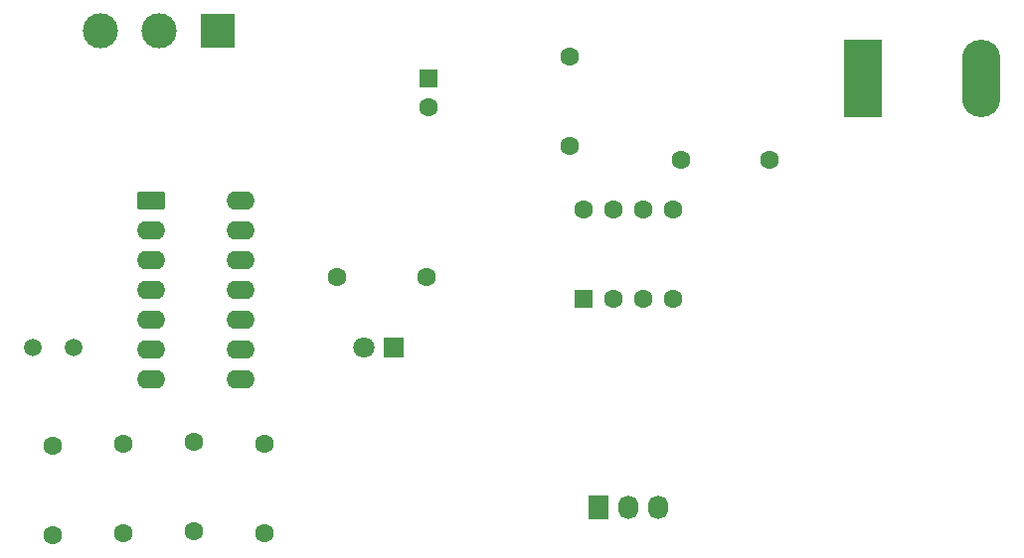
<source format=gbr>
%TF.GenerationSoftware,KiCad,Pcbnew,9.0.2*%
%TF.CreationDate,2025-06-20T12:04:21-04:00*%
%TF.ProjectId,Block,426c6f63-6b2e-46b6-9963-61645f706362,rev?*%
%TF.SameCoordinates,Original*%
%TF.FileFunction,Soldermask,Bot*%
%TF.FilePolarity,Negative*%
%FSLAX46Y46*%
G04 Gerber Fmt 4.6, Leading zero omitted, Abs format (unit mm)*
G04 Created by KiCad (PCBNEW 9.0.2) date 2025-06-20 12:04:21*
%MOMM*%
%LPD*%
G01*
G04 APERTURE LIST*
G04 Aperture macros list*
%AMRoundRect*
0 Rectangle with rounded corners*
0 $1 Rounding radius*
0 $2 $3 $4 $5 $6 $7 $8 $9 X,Y pos of 4 corners*
0 Add a 4 corners polygon primitive as box body*
4,1,4,$2,$3,$4,$5,$6,$7,$8,$9,$2,$3,0*
0 Add four circle primitives for the rounded corners*
1,1,$1+$1,$2,$3*
1,1,$1+$1,$4,$5*
1,1,$1+$1,$6,$7*
1,1,$1+$1,$8,$9*
0 Add four rect primitives between the rounded corners*
20,1,$1+$1,$2,$3,$4,$5,0*
20,1,$1+$1,$4,$5,$6,$7,0*
20,1,$1+$1,$6,$7,$8,$9,0*
20,1,$1+$1,$8,$9,$2,$3,0*%
G04 Aperture macros list end*
%ADD10R,3.000000X3.000000*%
%ADD11C,3.000000*%
%ADD12C,1.600000*%
%ADD13R,1.730000X2.030000*%
%ADD14O,1.730000X2.030000*%
%ADD15RoundRect,0.250000X0.550000X-0.550000X0.550000X0.550000X-0.550000X0.550000X-0.550000X-0.550000X0*%
%ADD16RoundRect,0.250000X-0.950000X-0.550000X0.950000X-0.550000X0.950000X0.550000X-0.950000X0.550000X0*%
%ADD17O,2.400000X1.600000*%
%ADD18R,1.800000X1.800000*%
%ADD19C,1.800000*%
%ADD20RoundRect,0.250000X-0.550000X0.550000X-0.550000X-0.550000X0.550000X-0.550000X0.550000X0.550000X0*%
%ADD21C,1.500000*%
%ADD22R,3.300000X6.600000*%
%ADD23O,3.300000X6.600000*%
G04 APERTURE END LIST*
D10*
%TO.C,RV1*%
X45000000Y-35000000D03*
D11*
X40000000Y-35000000D03*
X35000000Y-35000000D03*
%TD*%
D12*
%TO.C,C2*%
X84500000Y-46000000D03*
X92000000Y-46000000D03*
%TD*%
%TO.C,R6*%
X62810000Y-56000000D03*
X55190000Y-56000000D03*
%TD*%
%TO.C,R5*%
X43000000Y-70000000D03*
X43000000Y-77620000D03*
%TD*%
D13*
%TO.C,J1*%
X77450000Y-75625000D03*
D14*
X79990000Y-75625000D03*
X82530000Y-75625000D03*
%TD*%
D12*
%TO.C,R7*%
X75000000Y-37190000D03*
X75000000Y-44810000D03*
%TD*%
D15*
%TO.C,U1*%
X76190000Y-57805000D03*
D12*
X78730000Y-57805000D03*
X81270000Y-57805000D03*
X83810000Y-57805000D03*
X83810000Y-50185000D03*
X81270000Y-50185000D03*
X78730000Y-50185000D03*
X76190000Y-50185000D03*
%TD*%
%TO.C,R3*%
X37000000Y-70190000D03*
X37000000Y-77810000D03*
%TD*%
D16*
%TO.C,U2*%
X39380000Y-49460000D03*
D17*
X39380000Y-52000000D03*
X39380000Y-54540000D03*
X39380000Y-57080000D03*
X39380000Y-59620000D03*
X39380000Y-62160000D03*
X39380000Y-64700000D03*
X47000000Y-64700000D03*
X47000000Y-62160000D03*
X47000000Y-59620000D03*
X47000000Y-57080000D03*
X47000000Y-54540000D03*
X47000000Y-52000000D03*
X47000000Y-49460000D03*
%TD*%
D18*
%TO.C,D1*%
X60000000Y-62000000D03*
D19*
X57460000Y-62000000D03*
%TD*%
D12*
%TO.C,R2*%
X31000000Y-70380000D03*
X31000000Y-78000000D03*
%TD*%
D20*
%TO.C,C1*%
X63000000Y-39000000D03*
D12*
X63000000Y-41500000D03*
%TD*%
%TO.C,R4*%
X49000000Y-70190000D03*
X49000000Y-77810000D03*
%TD*%
D21*
%TO.C,R1*%
X29300000Y-62000000D03*
X32700000Y-62000000D03*
%TD*%
D22*
%TO.C,J2*%
X100000000Y-39000000D03*
D23*
X110000000Y-39000000D03*
%TD*%
M02*

</source>
